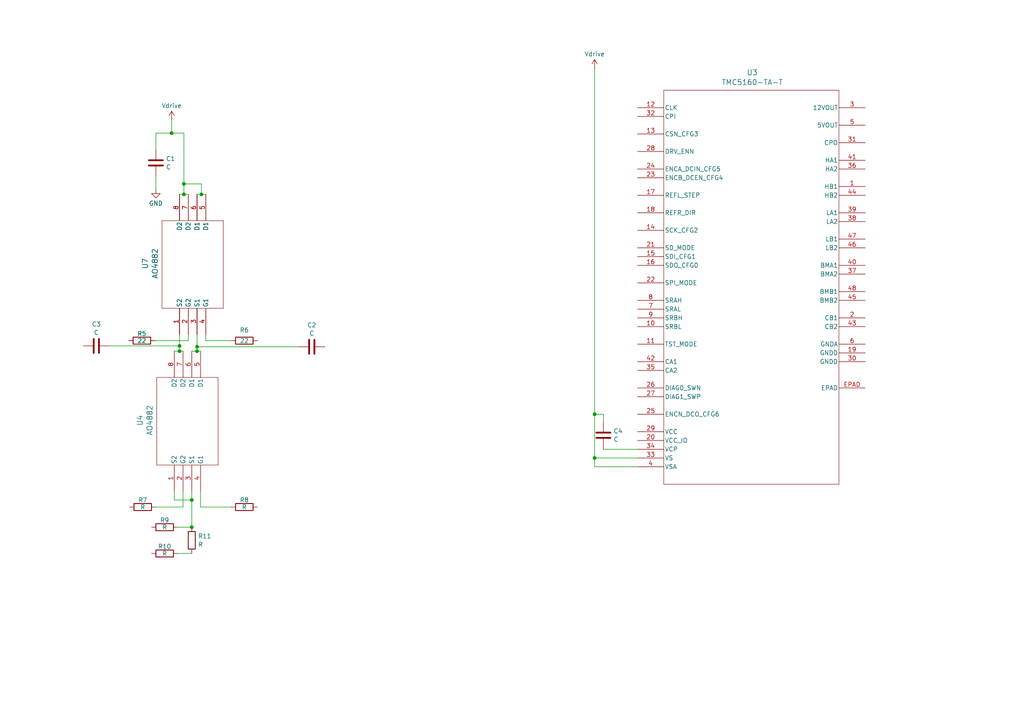
<source format=kicad_sch>
(kicad_sch (version 20230121) (generator eeschema)

  (uuid 933e90d6-2500-4da1-a8fb-1d82a6103362)

  (paper "A4")

  (lib_symbols
    (symbol "AO4882:AO4882" (pin_names (offset 0.254)) (in_bom yes) (on_board yes)
      (property "Reference" "U" (at 20.32 10.16 0)
        (effects (font (size 1.524 1.524)))
      )
      (property "Value" "AO4882" (at 20.32 7.62 0)
        (effects (font (size 1.524 1.524)))
      )
      (property "Footprint" "SO-8_AOS" (at 0 0 0)
        (effects (font (size 1.27 1.27) italic) hide)
      )
      (property "Datasheet" "AO4882" (at 0 0 0)
        (effects (font (size 1.27 1.27) italic) hide)
      )
      (property "JLCPCB Part #" "C3040598" (at 0 0 0)
        (effects (font (size 1.27 1.27)))
      )
      (property "JLCPCB Rotation Offset" "0" (at 0 0 0)
        (effects (font (size 1.27 1.27)))
      )
      (property "JLCPCB Position Offset" "0,0" (at 0 0 0)
        (effects (font (size 1.27 1.27)))
      )
      (property "ki_keywords" "AO4882" (at 0 0 0)
        (effects (font (size 1.27 1.27)) hide)
      )
      (property "ki_description" "SOIC-8  MOSFETs ROHS" (at 0 0 0)
        (effects (font (size 1.27 1.27)) hide)
      )
      (property "ki_fp_filters" "SO-8_AOS SO-8_AOS-M SO-8_AOS-L" (at 0 0 0)
        (effects (font (size 1.27 1.27)) hide)
      )
      (symbol "AO4882_0_1"
        (polyline
          (pts
            (xy 7.62 -12.7)
            (xy 33.02 -12.7)
          )
          (stroke (width 0.127) (type default))
          (fill (type none))
        )
        (polyline
          (pts
            (xy 7.62 5.08)
            (xy 7.62 -12.7)
          )
          (stroke (width 0.127) (type default))
          (fill (type none))
        )
        (polyline
          (pts
            (xy 33.02 -12.7)
            (xy 33.02 5.08)
          )
          (stroke (width 0.127) (type default))
          (fill (type none))
        )
        (polyline
          (pts
            (xy 33.02 5.08)
            (xy 7.62 5.08)
          )
          (stroke (width 0.127) (type default))
          (fill (type none))
        )
        (pin unspecified line (at 0 0 0) (length 7.62)
          (name "S2" (effects (font (size 1.27 1.27))))
          (number "1" (effects (font (size 1.27 1.27))))
        )
        (pin bidirectional line (at 0 -2.54 0) (length 7.62)
          (name "G2" (effects (font (size 1.27 1.27))))
          (number "2" (effects (font (size 1.27 1.27))))
        )
        (pin bidirectional line (at 0 -5.08 0) (length 7.62)
          (name "S1" (effects (font (size 1.27 1.27))))
          (number "3" (effects (font (size 1.27 1.27))))
        )
        (pin bidirectional line (at 0 -7.62 0) (length 7.62)
          (name "G1" (effects (font (size 1.27 1.27))))
          (number "4" (effects (font (size 1.27 1.27))))
        )
        (pin bidirectional line (at 40.64 -7.62 180) (length 7.62)
          (name "D1" (effects (font (size 1.27 1.27))))
          (number "5" (effects (font (size 1.27 1.27))))
        )
        (pin bidirectional line (at 40.64 -5.08 180) (length 7.62)
          (name "D1" (effects (font (size 1.27 1.27))))
          (number "6" (effects (font (size 1.27 1.27))))
        )
        (pin bidirectional line (at 40.64 -2.54 180) (length 7.62)
          (name "D2" (effects (font (size 1.27 1.27))))
          (number "7" (effects (font (size 1.27 1.27))))
        )
        (pin bidirectional line (at 40.64 0 180) (length 7.62)
          (name "D2" (effects (font (size 1.27 1.27))))
          (number "8" (effects (font (size 1.27 1.27))))
        )
      )
    )
    (symbol "Device:C" (pin_numbers hide) (pin_names (offset 0.254)) (in_bom yes) (on_board yes)
      (property "Reference" "C" (at 0.635 2.54 0)
        (effects (font (size 1.27 1.27)) (justify left))
      )
      (property "Value" "C" (at 0.635 -2.54 0)
        (effects (font (size 1.27 1.27)) (justify left))
      )
      (property "Footprint" "" (at 0.9652 -3.81 0)
        (effects (font (size 1.27 1.27)) hide)
      )
      (property "Datasheet" "~" (at 0 0 0)
        (effects (font (size 1.27 1.27)) hide)
      )
      (property "ki_keywords" "cap capacitor" (at 0 0 0)
        (effects (font (size 1.27 1.27)) hide)
      )
      (property "ki_description" "Unpolarized capacitor" (at 0 0 0)
        (effects (font (size 1.27 1.27)) hide)
      )
      (property "ki_fp_filters" "C_*" (at 0 0 0)
        (effects (font (size 1.27 1.27)) hide)
      )
      (symbol "C_0_1"
        (polyline
          (pts
            (xy -2.032 -0.762)
            (xy 2.032 -0.762)
          )
          (stroke (width 0.508) (type default))
          (fill (type none))
        )
        (polyline
          (pts
            (xy -2.032 0.762)
            (xy 2.032 0.762)
          )
          (stroke (width 0.508) (type default))
          (fill (type none))
        )
      )
      (symbol "C_1_1"
        (pin passive line (at 0 3.81 270) (length 2.794)
          (name "~" (effects (font (size 1.27 1.27))))
          (number "1" (effects (font (size 1.27 1.27))))
        )
        (pin passive line (at 0 -3.81 90) (length 2.794)
          (name "~" (effects (font (size 1.27 1.27))))
          (number "2" (effects (font (size 1.27 1.27))))
        )
      )
    )
    (symbol "Device:R" (pin_numbers hide) (pin_names (offset 0)) (in_bom yes) (on_board yes)
      (property "Reference" "R" (at 2.032 0 90)
        (effects (font (size 1.27 1.27)))
      )
      (property "Value" "R" (at 0 0 90)
        (effects (font (size 1.27 1.27)))
      )
      (property "Footprint" "" (at -1.778 0 90)
        (effects (font (size 1.27 1.27)) hide)
      )
      (property "Datasheet" "~" (at 0 0 0)
        (effects (font (size 1.27 1.27)) hide)
      )
      (property "ki_keywords" "R res resistor" (at 0 0 0)
        (effects (font (size 1.27 1.27)) hide)
      )
      (property "ki_description" "Resistor" (at 0 0 0)
        (effects (font (size 1.27 1.27)) hide)
      )
      (property "ki_fp_filters" "R_*" (at 0 0 0)
        (effects (font (size 1.27 1.27)) hide)
      )
      (symbol "R_0_1"
        (rectangle (start -1.016 -2.54) (end 1.016 2.54)
          (stroke (width 0.254) (type default))
          (fill (type none))
        )
      )
      (symbol "R_1_1"
        (pin passive line (at 0 3.81 270) (length 1.27)
          (name "~" (effects (font (size 1.27 1.27))))
          (number "1" (effects (font (size 1.27 1.27))))
        )
        (pin passive line (at 0 -3.81 90) (length 1.27)
          (name "~" (effects (font (size 1.27 1.27))))
          (number "2" (effects (font (size 1.27 1.27))))
        )
      )
    )
    (symbol "TMC5160-TA-T:TMC5160-TA-T" (pin_names (offset 0.254)) (in_bom yes) (on_board yes)
      (property "Reference" "U" (at 33.02 10.16 0)
        (effects (font (size 1.524 1.524)))
      )
      (property "Value" "TMC5160-TA-T" (at 33.02 7.62 0)
        (effects (font (size 1.524 1.524)))
      )
      (property "Footprint" "eTQFP48_9x9_TRI" (at 0 0 0)
        (effects (font (size 1.27 1.27) italic) hide)
      )
      (property "Datasheet" "TMC5160-TA-T" (at 0 0 0)
        (effects (font (size 1.27 1.27) italic) hide)
      )
      (property "JLCPCB Part #" "C516354" (at 0 0 0)
        (effects (font (size 1.27 1.27)))
      )
      (property "JLCPCB Rotation Offset" "90" (at 0 0 0)
        (effects (font (size 1.27 1.27)) hide)
      )
      (property "JLCPCB Position Offset" "0,0" (at 0 0 0)
        (effects (font (size 1.27 1.27)) hide)
      )
      (property "ki_keywords" "TMC5160-TA-T" (at 0 0 0)
        (effects (font (size 1.27 1.27)) hide)
      )
      (property "ki_description" "20A 10V~50V SPI,STEP/DIR TQFP-48(7x7)  Motor Driver ICs ROHS" (at 0 0 0)
        (effects (font (size 1.27 1.27)) hide)
      )
      (property "ki_fp_filters" "eTQFP48_9x9_TRI eTQFP48_9x9_TRI-M eTQFP48_9x9_TRI-L" (at 0 0 0)
        (effects (font (size 1.27 1.27)) hide)
      )
      (symbol "TMC5160-TA-T_0_1"
        (polyline
          (pts
            (xy 7.62 -109.22)
            (xy 58.42 -109.22)
          )
          (stroke (width 0.127) (type default))
          (fill (type none))
        )
        (polyline
          (pts
            (xy 7.62 5.08)
            (xy 7.62 -109.22)
          )
          (stroke (width 0.127) (type default))
          (fill (type none))
        )
        (polyline
          (pts
            (xy 58.42 -109.22)
            (xy 58.42 5.08)
          )
          (stroke (width 0.127) (type default))
          (fill (type none))
        )
        (polyline
          (pts
            (xy 58.42 5.08)
            (xy 7.62 5.08)
          )
          (stroke (width 0.127) (type default))
          (fill (type none))
        )
        (pin output line (at 66.04 -22.86 180) (length 7.62)
          (name "HB1" (effects (font (size 1.27 1.27))))
          (number "1" (effects (font (size 1.27 1.27))))
        )
        (pin input line (at 0 -63.5 0) (length 7.62)
          (name "SRBL" (effects (font (size 1.27 1.27))))
          (number "10" (effects (font (size 1.27 1.27))))
        )
        (pin input line (at 0 -68.58 0) (length 7.62)
          (name "TST_MODE" (effects (font (size 1.27 1.27))))
          (number "11" (effects (font (size 1.27 1.27))))
        )
        (pin input line (at 0 0 0) (length 7.62)
          (name "CLK" (effects (font (size 1.27 1.27))))
          (number "12" (effects (font (size 1.27 1.27))))
        )
        (pin input line (at 0 -7.62 0) (length 7.62)
          (name "CSN_CFG3" (effects (font (size 1.27 1.27))))
          (number "13" (effects (font (size 1.27 1.27))))
        )
        (pin input line (at 0 -35.56 0) (length 7.62)
          (name "SCK_CFG2" (effects (font (size 1.27 1.27))))
          (number "14" (effects (font (size 1.27 1.27))))
        )
        (pin input line (at 0 -43.18 0) (length 7.62)
          (name "SDI_CFG1" (effects (font (size 1.27 1.27))))
          (number "15" (effects (font (size 1.27 1.27))))
        )
        (pin input line (at 0 -45.72 0) (length 7.62)
          (name "SDO_CFG0" (effects (font (size 1.27 1.27))))
          (number "16" (effects (font (size 1.27 1.27))))
        )
        (pin input line (at 0 -25.4 0) (length 7.62)
          (name "REFL_STEP" (effects (font (size 1.27 1.27))))
          (number "17" (effects (font (size 1.27 1.27))))
        )
        (pin input line (at 0 -30.48 0) (length 7.62)
          (name "REFR_DIR" (effects (font (size 1.27 1.27))))
          (number "18" (effects (font (size 1.27 1.27))))
        )
        (pin power_in line (at 66.04 -71.12 180) (length 7.62)
          (name "GNDD" (effects (font (size 1.27 1.27))))
          (number "19" (effects (font (size 1.27 1.27))))
        )
        (pin unspecified line (at 66.04 -60.96 180) (length 7.62)
          (name "CB1" (effects (font (size 1.27 1.27))))
          (number "2" (effects (font (size 1.27 1.27))))
        )
        (pin power_in line (at 0 -96.52 0) (length 7.62)
          (name "VCC_IO" (effects (font (size 1.27 1.27))))
          (number "20" (effects (font (size 1.27 1.27))))
        )
        (pin input line (at 0 -40.64 0) (length 7.62)
          (name "SD_MODE" (effects (font (size 1.27 1.27))))
          (number "21" (effects (font (size 1.27 1.27))))
        )
        (pin input line (at 0 -50.8 0) (length 7.62)
          (name "SPI_MODE" (effects (font (size 1.27 1.27))))
          (number "22" (effects (font (size 1.27 1.27))))
        )
        (pin input line (at 0 -20.32 0) (length 7.62)
          (name "ENCB_DCEN_CFG4" (effects (font (size 1.27 1.27))))
          (number "23" (effects (font (size 1.27 1.27))))
        )
        (pin input line (at 0 -17.78 0) (length 7.62)
          (name "ENCA_DCIN_CFG5" (effects (font (size 1.27 1.27))))
          (number "24" (effects (font (size 1.27 1.27))))
        )
        (pin bidirectional line (at 0 -88.9 0) (length 7.62)
          (name "ENCN_DCO_CFG6" (effects (font (size 1.27 1.27))))
          (number "25" (effects (font (size 1.27 1.27))))
        )
        (pin bidirectional line (at 0 -81.28 0) (length 7.62)
          (name "DIAG0_SWN" (effects (font (size 1.27 1.27))))
          (number "26" (effects (font (size 1.27 1.27))))
        )
        (pin bidirectional line (at 0 -83.82 0) (length 7.62)
          (name "DIAG1_SWP" (effects (font (size 1.27 1.27))))
          (number "27" (effects (font (size 1.27 1.27))))
        )
        (pin input line (at 0 -12.7 0) (length 7.62)
          (name "DRV_ENN" (effects (font (size 1.27 1.27))))
          (number "28" (effects (font (size 1.27 1.27))))
        )
        (pin power_in line (at 0 -93.98 0) (length 7.62)
          (name "VCC" (effects (font (size 1.27 1.27))))
          (number "29" (effects (font (size 1.27 1.27))))
        )
        (pin output line (at 66.04 0 180) (length 7.62)
          (name "12VOUT" (effects (font (size 1.27 1.27))))
          (number "3" (effects (font (size 1.27 1.27))))
        )
        (pin power_in line (at 66.04 -73.66 180) (length 7.62)
          (name "GNDD" (effects (font (size 1.27 1.27))))
          (number "30" (effects (font (size 1.27 1.27))))
        )
        (pin output line (at 66.04 -10.16 180) (length 7.62)
          (name "CPO" (effects (font (size 1.27 1.27))))
          (number "31" (effects (font (size 1.27 1.27))))
        )
        (pin input line (at 0 -2.54 0) (length 7.62)
          (name "CPI" (effects (font (size 1.27 1.27))))
          (number "32" (effects (font (size 1.27 1.27))))
        )
        (pin power_in line (at 0 -101.6 0) (length 7.62)
          (name "VS" (effects (font (size 1.27 1.27))))
          (number "33" (effects (font (size 1.27 1.27))))
        )
        (pin power_in line (at 0 -99.06 0) (length 7.62)
          (name "VCP" (effects (font (size 1.27 1.27))))
          (number "34" (effects (font (size 1.27 1.27))))
        )
        (pin unspecified line (at 0 -76.2 0) (length 7.62)
          (name "CA2" (effects (font (size 1.27 1.27))))
          (number "35" (effects (font (size 1.27 1.27))))
        )
        (pin output line (at 66.04 -17.78 180) (length 7.62)
          (name "HA2" (effects (font (size 1.27 1.27))))
          (number "36" (effects (font (size 1.27 1.27))))
        )
        (pin unspecified line (at 66.04 -48.26 180) (length 7.62)
          (name "BMA2" (effects (font (size 1.27 1.27))))
          (number "37" (effects (font (size 1.27 1.27))))
        )
        (pin output line (at 66.04 -33.02 180) (length 7.62)
          (name "LA2" (effects (font (size 1.27 1.27))))
          (number "38" (effects (font (size 1.27 1.27))))
        )
        (pin output line (at 66.04 -30.48 180) (length 7.62)
          (name "LA1" (effects (font (size 1.27 1.27))))
          (number "39" (effects (font (size 1.27 1.27))))
        )
        (pin power_in line (at 0 -104.14 0) (length 7.62)
          (name "VSA" (effects (font (size 1.27 1.27))))
          (number "4" (effects (font (size 1.27 1.27))))
        )
        (pin unspecified line (at 66.04 -45.72 180) (length 7.62)
          (name "BMA1" (effects (font (size 1.27 1.27))))
          (number "40" (effects (font (size 1.27 1.27))))
        )
        (pin output line (at 66.04 -15.24 180) (length 7.62)
          (name "HA1" (effects (font (size 1.27 1.27))))
          (number "41" (effects (font (size 1.27 1.27))))
        )
        (pin unspecified line (at 0 -73.66 0) (length 7.62)
          (name "CA1" (effects (font (size 1.27 1.27))))
          (number "42" (effects (font (size 1.27 1.27))))
        )
        (pin unspecified line (at 66.04 -63.5 180) (length 7.62)
          (name "CB2" (effects (font (size 1.27 1.27))))
          (number "43" (effects (font (size 1.27 1.27))))
        )
        (pin output line (at 66.04 -25.4 180) (length 7.62)
          (name "HB2" (effects (font (size 1.27 1.27))))
          (number "44" (effects (font (size 1.27 1.27))))
        )
        (pin unspecified line (at 66.04 -55.88 180) (length 7.62)
          (name "BMB2" (effects (font (size 1.27 1.27))))
          (number "45" (effects (font (size 1.27 1.27))))
        )
        (pin output line (at 66.04 -40.64 180) (length 7.62)
          (name "LB2" (effects (font (size 1.27 1.27))))
          (number "46" (effects (font (size 1.27 1.27))))
        )
        (pin output line (at 66.04 -38.1 180) (length 7.62)
          (name "LB1" (effects (font (size 1.27 1.27))))
          (number "47" (effects (font (size 1.27 1.27))))
        )
        (pin unspecified line (at 66.04 -53.34 180) (length 7.62)
          (name "BMB1" (effects (font (size 1.27 1.27))))
          (number "48" (effects (font (size 1.27 1.27))))
        )
        (pin output line (at 66.04 -5.08 180) (length 7.62)
          (name "5VOUT" (effects (font (size 1.27 1.27))))
          (number "5" (effects (font (size 1.27 1.27))))
        )
        (pin power_in line (at 66.04 -68.58 180) (length 7.62)
          (name "GNDA" (effects (font (size 1.27 1.27))))
          (number "6" (effects (font (size 1.27 1.27))))
        )
        (pin input line (at 0 -58.42 0) (length 7.62)
          (name "SRAL" (effects (font (size 1.27 1.27))))
          (number "7" (effects (font (size 1.27 1.27))))
        )
        (pin input line (at 0 -55.88 0) (length 7.62)
          (name "SRAH" (effects (font (size 1.27 1.27))))
          (number "8" (effects (font (size 1.27 1.27))))
        )
        (pin input line (at 0 -60.96 0) (length 7.62)
          (name "SRBH" (effects (font (size 1.27 1.27))))
          (number "9" (effects (font (size 1.27 1.27))))
        )
        (pin unspecified line (at 66.04 -81.28 180) (length 7.62)
          (name "EPAD" (effects (font (size 1.27 1.27))))
          (number "EPAD" (effects (font (size 1.27 1.27))))
        )
      )
    )
    (symbol "power:GND" (power) (pin_names (offset 0)) (in_bom yes) (on_board yes)
      (property "Reference" "#PWR" (at 0 -6.35 0)
        (effects (font (size 1.27 1.27)) hide)
      )
      (property "Value" "GND" (at 0 -3.81 0)
        (effects (font (size 1.27 1.27)))
      )
      (property "Footprint" "" (at 0 0 0)
        (effects (font (size 1.27 1.27)) hide)
      )
      (property "Datasheet" "" (at 0 0 0)
        (effects (font (size 1.27 1.27)) hide)
      )
      (property "ki_keywords" "global power" (at 0 0 0)
        (effects (font (size 1.27 1.27)) hide)
      )
      (property "ki_description" "Power symbol creates a global label with name \"GND\" , ground" (at 0 0 0)
        (effects (font (size 1.27 1.27)) hide)
      )
      (symbol "GND_0_1"
        (polyline
          (pts
            (xy 0 0)
            (xy 0 -1.27)
            (xy 1.27 -1.27)
            (xy 0 -2.54)
            (xy -1.27 -1.27)
            (xy 0 -1.27)
          )
          (stroke (width 0) (type default))
          (fill (type none))
        )
      )
      (symbol "GND_1_1"
        (pin power_in line (at 0 0 270) (length 0) hide
          (name "GND" (effects (font (size 1.27 1.27))))
          (number "1" (effects (font (size 1.27 1.27))))
        )
      )
    )
    (symbol "power:Vdrive" (power) (pin_names (offset 0)) (in_bom yes) (on_board yes)
      (property "Reference" "#PWR" (at -5.08 -3.81 0)
        (effects (font (size 1.27 1.27)) hide)
      )
      (property "Value" "Vdrive" (at 0 3.81 0)
        (effects (font (size 1.27 1.27)))
      )
      (property "Footprint" "" (at 0 0 0)
        (effects (font (size 1.27 1.27)) hide)
      )
      (property "Datasheet" "" (at 0 0 0)
        (effects (font (size 1.27 1.27)) hide)
      )
      (property "ki_keywords" "global power" (at 0 0 0)
        (effects (font (size 1.27 1.27)) hide)
      )
      (property "ki_description" "Power symbol creates a global label with name \"Vdrive\"" (at 0 0 0)
        (effects (font (size 1.27 1.27)) hide)
      )
      (symbol "Vdrive_0_1"
        (polyline
          (pts
            (xy -0.762 1.27)
            (xy 0 2.54)
          )
          (stroke (width 0) (type default))
          (fill (type none))
        )
        (polyline
          (pts
            (xy 0 0)
            (xy 0 2.54)
          )
          (stroke (width 0) (type default))
          (fill (type none))
        )
        (polyline
          (pts
            (xy 0 2.54)
            (xy 0.762 1.27)
          )
          (stroke (width 0) (type default))
          (fill (type none))
        )
      )
      (symbol "Vdrive_1_1"
        (pin power_in line (at 0 0 90) (length 0) hide
          (name "Vdrive" (effects (font (size 1.27 1.27))))
          (number "1" (effects (font (size 1.27 1.27))))
        )
      )
    )
  )

  (junction (at 55.626 152.908) (diameter 0) (color 0 0 0 0)
    (uuid 078b8b21-9c63-4d75-b121-9a8b61f5b3df)
  )
  (junction (at 57.15 101.854) (diameter 0) (color 0 0 0 0)
    (uuid 07f04257-7a0d-4a8f-a7c1-37e8bd79f540)
  )
  (junction (at 172.466 120.142) (diameter 0) (color 0 0 0 0)
    (uuid 18c0bfd9-f759-41cf-976c-a6b4448e852b)
  )
  (junction (at 52.07 100.33) (diameter 0) (color 0 0 0 0)
    (uuid 2f715763-7918-4c7f-80b3-02179bc93c58)
  )
  (junction (at 172.466 132.842) (diameter 0) (color 0 0 0 0)
    (uuid 310e2e35-e210-46d9-8d09-458d88d55983)
  )
  (junction (at 53.34 56.388) (diameter 0) (color 0 0 0 0)
    (uuid 7b1a4da7-2c38-4ca9-9306-5c5be84ffb91)
  )
  (junction (at 49.784 38.608) (diameter 0) (color 0 0 0 0)
    (uuid 7d8a7709-413b-48c0-95cb-501a1e73b1b2)
  )
  (junction (at 57.15 100.584) (diameter 0) (color 0 0 0 0)
    (uuid 898c781a-6b3e-41ed-824a-17455f7fbaf8)
  )
  (junction (at 53.34 53.34) (diameter 0) (color 0 0 0 0)
    (uuid 8f7a52c7-dcbc-4dc8-aaf2-92df081fd384)
  )
  (junction (at 52.07 101.854) (diameter 0) (color 0 0 0 0)
    (uuid 9c0a4c70-2b2d-4073-b903-d5b06e929823)
  )
  (junction (at 58.42 56.388) (diameter 0) (color 0 0 0 0)
    (uuid dc370fb9-cd57-4698-979d-c0628a92bcce)
  )
  (junction (at 55.626 145.034) (diameter 0) (color 0 0 0 0)
    (uuid f77d44d8-e724-4456-b8eb-b06a1bb9a05e)
  )

  (wire (pts (xy 57.15 101.854) (xy 58.166 101.854))
    (stroke (width 0) (type default))
    (uuid 006a602e-6752-4e64-90f0-84c74b008573)
  )
  (wire (pts (xy 57.15 56.388) (xy 58.42 56.388))
    (stroke (width 0) (type default))
    (uuid 03f3e29d-4950-49a4-9085-101f0c1338c6)
  )
  (wire (pts (xy 55.626 101.854) (xy 57.15 101.854))
    (stroke (width 0) (type default))
    (uuid 0575bd61-1dce-42d7-b31c-a04020c351b6)
  )
  (wire (pts (xy 57.15 97.028) (xy 57.15 100.584))
    (stroke (width 0) (type default))
    (uuid 0a3f38c2-6df4-42ef-ab8c-52086854954b)
  )
  (wire (pts (xy 53.34 53.34) (xy 53.34 56.388))
    (stroke (width 0) (type default))
    (uuid 1461305c-1f3f-4460-855b-6f6cd17024a6)
  )
  (wire (pts (xy 50.546 101.854) (xy 52.07 101.854))
    (stroke (width 0) (type default))
    (uuid 181b6de5-5cf8-4a48-a4c3-dab9a767c224)
  )
  (wire (pts (xy 55.626 142.494) (xy 55.626 145.034))
    (stroke (width 0) (type default))
    (uuid 1a606c14-935e-4db9-b164-4293aa93fa60)
  )
  (wire (pts (xy 49.784 38.608) (xy 53.34 38.608))
    (stroke (width 0) (type default))
    (uuid 2419ea82-c4d9-4a79-a3c1-c2e7c1eda0d8)
  )
  (wire (pts (xy 51.562 152.908) (xy 55.626 152.908))
    (stroke (width 0) (type default))
    (uuid 371fbe2b-45a0-4b32-9df9-9f1d7753d266)
  )
  (wire (pts (xy 86.614 100.584) (xy 57.15 100.584))
    (stroke (width 0) (type default))
    (uuid 38feca53-f679-4fdf-920c-ad8985e6a45d)
  )
  (wire (pts (xy 172.466 120.142) (xy 175.006 120.142))
    (stroke (width 0) (type default))
    (uuid 3aeba707-b458-459c-b619-1f7898789ea7)
  )
  (wire (pts (xy 172.466 120.142) (xy 172.466 132.842))
    (stroke (width 0) (type default))
    (uuid 3db549bd-c8bb-46c0-9c9d-4d6955f9040d)
  )
  (wire (pts (xy 184.912 135.382) (xy 172.466 135.382))
    (stroke (width 0) (type default))
    (uuid 47f9c7d4-0f17-4bf5-a44f-e0be34118013)
  )
  (wire (pts (xy 52.07 100.33) (xy 52.07 101.854))
    (stroke (width 0) (type default))
    (uuid 4c821bc9-513d-4f36-bfa3-d06c1a009433)
  )
  (wire (pts (xy 45.212 51.054) (xy 45.212 54.864))
    (stroke (width 0) (type default))
    (uuid 517da491-c26d-4f98-b1f0-18edc2804f90)
  )
  (wire (pts (xy 45.212 38.608) (xy 49.784 38.608))
    (stroke (width 0) (type default))
    (uuid 57d8ef10-74ea-4321-8446-eff100e0dd9e)
  )
  (wire (pts (xy 45.212 43.434) (xy 45.212 38.608))
    (stroke (width 0) (type default))
    (uuid 5dad0c19-475b-4d5d-a5f0-9adfc991b710)
  )
  (wire (pts (xy 51.562 160.528) (xy 55.626 160.528))
    (stroke (width 0) (type default))
    (uuid 629b5519-a471-4524-9dc2-b822d3b4445e)
  )
  (wire (pts (xy 184.912 130.302) (xy 175.006 130.302))
    (stroke (width 0) (type default))
    (uuid 66126d51-3d2f-498b-9c94-86d6e2264f87)
  )
  (wire (pts (xy 45.212 147.066) (xy 53.086 147.066))
    (stroke (width 0) (type default))
    (uuid 6956eeb7-b95e-48ef-b0ea-e2ee267e7f5e)
  )
  (wire (pts (xy 172.466 135.382) (xy 172.466 132.842))
    (stroke (width 0) (type default))
    (uuid 69f3ea40-8b29-4265-bca7-9f9e0d27bda8)
  )
  (wire (pts (xy 53.34 56.388) (xy 54.61 56.388))
    (stroke (width 0) (type default))
    (uuid 6f615125-4af4-4cbc-ab4f-cf887bc049ca)
  )
  (wire (pts (xy 44.958 98.806) (xy 54.61 98.806))
    (stroke (width 0) (type default))
    (uuid 76dc8f55-b2fd-448d-97c8-ce6b959a46fc)
  )
  (wire (pts (xy 58.42 53.34) (xy 53.34 53.34))
    (stroke (width 0) (type default))
    (uuid 7b3f7ea1-aebf-49be-a8fd-42900a8998cb)
  )
  (wire (pts (xy 172.466 132.842) (xy 184.912 132.842))
    (stroke (width 0) (type default))
    (uuid 7f25a42e-1b07-454b-bf33-795f0c2a92df)
  )
  (wire (pts (xy 175.006 130.048) (xy 175.006 130.302))
    (stroke (width 0) (type default))
    (uuid 8617bb0f-f8b6-4cc4-a464-9e6743b66c6a)
  )
  (wire (pts (xy 53.34 38.608) (xy 53.34 53.34))
    (stroke (width 0) (type default))
    (uuid 8bdffa87-19b0-482a-b975-3dde9e62f56d)
  )
  (wire (pts (xy 175.006 122.428) (xy 175.006 120.142))
    (stroke (width 0) (type default))
    (uuid 8d361602-6cac-4c75-b106-f684a3bd75c6)
  )
  (wire (pts (xy 58.166 147.066) (xy 67.056 147.066))
    (stroke (width 0) (type default))
    (uuid 9b85451c-85d8-4f99-97d9-0a25d5d0cd89)
  )
  (wire (pts (xy 55.626 145.034) (xy 55.626 152.908))
    (stroke (width 0) (type default))
    (uuid 9ddfa4e2-c82e-41ae-92e7-4f75a5e7c611)
  )
  (wire (pts (xy 52.07 56.388) (xy 53.34 56.388))
    (stroke (width 0) (type default))
    (uuid a4741371-2f0b-48a6-87fa-1d78c510b3ba)
  )
  (wire (pts (xy 49.784 34.798) (xy 49.784 38.608))
    (stroke (width 0) (type default))
    (uuid a4c67df2-bfd9-4d6f-9ad0-6ab5a006220d)
  )
  (wire (pts (xy 59.69 97.028) (xy 59.69 98.806))
    (stroke (width 0) (type default))
    (uuid a691f7bc-7bb5-4334-891d-9786df815ec3)
  )
  (wire (pts (xy 58.166 142.494) (xy 58.166 147.066))
    (stroke (width 0) (type default))
    (uuid a771b9d8-6670-44fe-b7a1-3dcba91a4c97)
  )
  (wire (pts (xy 58.42 56.388) (xy 59.69 56.388))
    (stroke (width 0) (type default))
    (uuid a7d63038-1923-4a39-9e70-5c5a5e8362f7)
  )
  (wire (pts (xy 54.61 97.028) (xy 54.61 98.806))
    (stroke (width 0) (type default))
    (uuid b1eb6462-ff1b-4efb-b7d5-a5475a88827c)
  )
  (wire (pts (xy 52.07 101.854) (xy 53.086 101.854))
    (stroke (width 0) (type default))
    (uuid b9f85fc1-2a4e-4759-b52b-1a61a5801efe)
  )
  (wire (pts (xy 31.75 100.33) (xy 52.07 100.33))
    (stroke (width 0) (type default))
    (uuid bee9e805-5edc-44a3-ba54-fa4aeff430f9)
  )
  (wire (pts (xy 58.42 56.388) (xy 58.42 53.34))
    (stroke (width 0) (type default))
    (uuid c8c4991f-c259-4853-951f-ae206ed08731)
  )
  (wire (pts (xy 59.69 98.806) (xy 67.056 98.806))
    (stroke (width 0) (type default))
    (uuid d13cdf85-b110-4236-878c-68155729920a)
  )
  (wire (pts (xy 53.086 147.066) (xy 53.086 142.494))
    (stroke (width 0) (type default))
    (uuid d9e54ca7-1018-49e2-84dc-0c597408c076)
  )
  (wire (pts (xy 50.546 142.494) (xy 50.546 145.034))
    (stroke (width 0) (type default))
    (uuid dea167b1-fa1b-41ea-80ba-fab924f35c08)
  )
  (wire (pts (xy 57.15 100.584) (xy 57.15 101.854))
    (stroke (width 0) (type default))
    (uuid e0747662-6ea1-4a8d-865d-53b63e758b44)
  )
  (wire (pts (xy 52.07 97.028) (xy 52.07 100.33))
    (stroke (width 0) (type default))
    (uuid e9b92fc4-a341-4c99-85ef-b4ddf6f0244b)
  )
  (wire (pts (xy 50.546 145.034) (xy 55.626 145.034))
    (stroke (width 0) (type default))
    (uuid f3b91653-c867-498e-b5d5-26141262df49)
  )
  (wire (pts (xy 172.466 19.812) (xy 172.466 120.142))
    (stroke (width 0) (type default))
    (uuid f8d30c68-3b6e-4897-8405-756363e9b7c1)
  )

  (symbol (lib_id "AO4882:AO4882") (at 50.546 142.494 90) (unit 1)
    (in_bom yes) (on_board yes) (dnp no)
    (uuid 1798f7b9-ebac-44c5-931e-5aca0af75d38)
    (property "Reference" "U4" (at 40.6012 121.92 0)
      (effects (font (size 1.524 1.524)))
    )
    (property "Value" "AO4882" (at 43.434 121.92 0)
      (effects (font (size 1.524 1.524)))
    )
    (property "Footprint" "SO-8_AOS" (at 50.546 142.494 0)
      (effects (font (size 1.27 1.27) italic) hide)
    )
    (property "Datasheet" "AO4882" (at 50.546 142.494 0)
      (effects (font (size 1.27 1.27) italic) hide)
    )
    (property "JLCPCB Part #" "C3040598" (at 38.961 122.174 0)
      (effects (font (size 1.27 1.27)) hide)
    )
    (property "JLCPCB Rotation Offset" "0" (at 41.3852 122.174 0)
      (effects (font (size 1.27 1.27)) hide)
    )
    (property "JLCPCB Position Offset" "0,0" (at 43.8094 122.174 0)
      (effects (font (size 1.27 1.27)) hide)
    )
    (pin "1" (uuid c30efecb-0f14-4881-af16-3cbc557973ee))
    (pin "2" (uuid 92e44d9d-7d0b-45f2-a117-80e1f5aef9d3))
    (pin "3" (uuid dd220411-d7b7-40b0-9750-ed40f5e90e28))
    (pin "4" (uuid 7518d669-4afb-473b-a174-04ca55a4af98))
    (pin "5" (uuid 212e7511-04ad-401c-9046-6a571426fc4e))
    (pin "6" (uuid 76f5b322-8504-4626-afa2-aff48d23bed0))
    (pin "7" (uuid ea9f9440-d52b-46c7-beb6-99620c74647e))
    (pin "8" (uuid cf0b019a-2f96-4093-89ad-a82fcd1f0aca))
    (instances
      (project "Arduino_TMC5160_Driver_Boards_V1"
        (path "/0e408099-9a7b-4f0e-9c0e-0727c07a80ad/dfad0337-9cc6-44a2-bb91-b79081330e78"
          (reference "U4") (unit 1)
        )
      )
    )
  )

  (symbol (lib_id "Device:R") (at 47.752 160.528 270) (unit 1)
    (in_bom yes) (on_board yes) (dnp no)
    (uuid 17b590ba-ff75-41de-a795-6acc27331192)
    (property "Reference" "R10" (at 47.752 158.496 90)
      (effects (font (size 1.27 1.27)))
    )
    (property "Value" "R" (at 47.752 160.528 90)
      (effects (font (size 1.27 1.27)))
    )
    (property "Footprint" "" (at 47.752 158.75 90)
      (effects (font (size 1.27 1.27)) hide)
    )
    (property "Datasheet" "~" (at 47.752 160.528 0)
      (effects (font (size 1.27 1.27)) hide)
    )
    (pin "1" (uuid 8df9006a-9bfd-4687-9bd4-b84f8d677910))
    (pin "2" (uuid 65a748fb-af37-4070-8dbd-339274758fb5))
    (instances
      (project "Arduino_TMC5160_Driver_Boards_V1"
        (path "/0e408099-9a7b-4f0e-9c0e-0727c07a80ad/dfad0337-9cc6-44a2-bb91-b79081330e78"
          (reference "R10") (unit 1)
        )
      )
    )
  )

  (symbol (lib_id "Device:R") (at 70.866 98.806 270) (unit 1)
    (in_bom yes) (on_board yes) (dnp no)
    (uuid 186d946d-c05b-4e17-a381-e4249706de2f)
    (property "Reference" "R6" (at 70.866 95.758 90)
      (effects (font (size 1.27 1.27)))
    )
    (property "Value" "22" (at 70.866 98.806 90)
      (effects (font (size 1.27 1.27)))
    )
    (property "Footprint" "" (at 70.866 97.028 90)
      (effects (font (size 1.27 1.27)) hide)
    )
    (property "Datasheet" "~" (at 70.866 98.806 0)
      (effects (font (size 1.27 1.27)) hide)
    )
    (pin "1" (uuid d5ae7e91-685e-48c3-9419-4c337b085288))
    (pin "2" (uuid ad37d0da-82d4-4853-9df0-d3ddb484a794))
    (instances
      (project "Arduino_TMC5160_Driver_Boards_V1"
        (path "/0e408099-9a7b-4f0e-9c0e-0727c07a80ad/dfad0337-9cc6-44a2-bb91-b79081330e78"
          (reference "R6") (unit 1)
        )
      )
    )
  )

  (symbol (lib_id "power:GND") (at 45.212 54.864 0) (unit 1)
    (in_bom yes) (on_board yes) (dnp no) (fields_autoplaced)
    (uuid 24c6c426-9382-4618-8934-b8eeca905fd6)
    (property "Reference" "#PWR08" (at 45.212 61.214 0)
      (effects (font (size 1.27 1.27)) hide)
    )
    (property "Value" "GND" (at 45.212 58.9971 0)
      (effects (font (size 1.27 1.27)))
    )
    (property "Footprint" "" (at 45.212 54.864 0)
      (effects (font (size 1.27 1.27)) hide)
    )
    (property "Datasheet" "" (at 45.212 54.864 0)
      (effects (font (size 1.27 1.27)) hide)
    )
    (pin "1" (uuid 4ca9080f-46f3-45c0-881c-8cdbc3153bee))
    (instances
      (project "Arduino_TMC5160_Driver_Boards_V1"
        (path "/0e408099-9a7b-4f0e-9c0e-0727c07a80ad/dfad0337-9cc6-44a2-bb91-b79081330e78"
          (reference "#PWR08") (unit 1)
        )
      )
    )
  )

  (symbol (lib_id "Device:C") (at 175.006 126.238 180) (unit 1)
    (in_bom yes) (on_board yes) (dnp no) (fields_autoplaced)
    (uuid 2dd18f69-5f28-4b80-a4bb-90e4d13753a9)
    (property "Reference" "C4" (at 177.927 125.0259 0)
      (effects (font (size 1.27 1.27)) (justify right))
    )
    (property "Value" "C" (at 177.927 127.4501 0)
      (effects (font (size 1.27 1.27)) (justify right))
    )
    (property "Footprint" "" (at 174.0408 122.428 0)
      (effects (font (size 1.27 1.27)) hide)
    )
    (property "Datasheet" "~" (at 175.006 126.238 0)
      (effects (font (size 1.27 1.27)) hide)
    )
    (pin "1" (uuid 650c78fd-f23f-4b1e-8f8d-9084ecbeca15))
    (pin "2" (uuid 57c2d2a2-2a53-433e-8a9e-5cd37136f31f))
    (instances
      (project "Arduino_TMC5160_Driver_Boards_V1"
        (path "/0e408099-9a7b-4f0e-9c0e-0727c07a80ad/dfad0337-9cc6-44a2-bb91-b79081330e78"
          (reference "C4") (unit 1)
        )
      )
    )
  )

  (symbol (lib_id "TMC5160-TA-T:TMC5160-TA-T") (at 184.912 31.242 0) (unit 1)
    (in_bom yes) (on_board yes) (dnp no)
    (uuid 5d75f64b-d2d7-4a1a-b994-0824c3c32f6a)
    (property "Reference" "U3" (at 218.186 21.0432 0)
      (effects (font (size 1.524 1.524)))
    )
    (property "Value" "TMC5160-TA-T" (at 218.186 23.876 0)
      (effects (font (size 1.524 1.524)))
    )
    (property "Footprint" "eTQFP48_9x9_TRI" (at 184.912 31.242 0)
      (effects (font (size 1.27 1.27) italic) hide)
    )
    (property "Datasheet" "TMC5160-TA-T" (at 184.912 31.242 0)
      (effects (font (size 1.27 1.27) italic) hide)
    )
    (property "JLCPCB Part #" "C516354" (at 217.932 19.657 0)
      (effects (font (size 1.27 1.27)) hide)
    )
    (property "JLCPCB Rotation Offset" "90" (at 217.932 22.0812 0)
      (effects (font (size 1.27 1.27)) hide)
    )
    (property "JLCPCB Position Offset" "0,0" (at 217.932 24.5054 0)
      (effects (font (size 1.27 1.27)) hide)
    )
    (pin "1" (uuid 65bc5ffb-dbce-4578-b867-1e1bfe8728d5))
    (pin "10" (uuid 2bc935f4-ea49-489a-8ac3-0b6ecba20e3e))
    (pin "11" (uuid e9f40489-7798-4831-9248-c3feeac2dbf9))
    (pin "12" (uuid bca23393-9cf4-4bc4-b283-abc924bebb23))
    (pin "13" (uuid 722305ed-d2d5-424b-89aa-9450cbf19f7b))
    (pin "14" (uuid fc1443ce-df88-42ae-9b38-8339d6c2646d))
    (pin "15" (uuid 103076a0-b714-4889-a20f-a55a063042d6))
    (pin "16" (uuid 37b69d1a-54ba-4ba0-b927-8085e1838c4f))
    (pin "17" (uuid 979df417-a257-49b0-a964-90f3dbcb62cd))
    (pin "18" (uuid 3e6202c6-50d6-4f2d-90e4-eb2c19fd16c0))
    (pin "19" (uuid 2718fc2b-2087-4874-8b7a-c87cea5f226e))
    (pin "2" (uuid 0adcc77e-d73d-417c-b990-ea82e7f59fd9))
    (pin "20" (uuid 7c4cd91c-fe86-4c85-9ce2-daadf9518f74))
    (pin "21" (uuid bc92b92a-9828-46df-a314-1c2a2e69d828))
    (pin "22" (uuid e851d996-29c4-459f-b1da-a7ec808ee400))
    (pin "23" (uuid 658f84bc-59fd-4402-9bc0-83a7d6442ce7))
    (pin "24" (uuid 6d1519eb-b011-4f53-893d-3e5591b16738))
    (pin "25" (uuid 89431ba3-4ccf-4665-8e2a-de1c4833c51c))
    (pin "26" (uuid 2aa12907-144c-414d-8145-2c73d07326a5))
    (pin "27" (uuid 6b8b5b3e-049d-40d1-93e4-b8b231d7200f))
    (pin "28" (uuid 0bdb5861-0fd5-4233-9eba-22e89673bb2e))
    (pin "29" (uuid 09bd59c9-0c40-4cca-ac43-1a739e16a2e4))
    (pin "3" (uuid 0bde9119-6dd8-471b-b282-79102a65cb57))
    (pin "30" (uuid e54eb4d7-7639-447f-baef-1dcb9305c65f))
    (pin "31" (uuid b1dd5c6c-3df0-4ea9-a3a6-1c67e646c26f))
    (pin "32" (uuid 88822410-6be1-4bdc-87e3-a9301fb8af8d))
    (pin "33" (uuid ab7e7319-bcbb-49ec-9733-f5af9b4aa1fa))
    (pin "34" (uuid 855705f4-5135-424b-9bac-fb31f814bd29))
    (pin "35" (uuid 46ee240d-007b-49b3-ac55-15b81e065f8c))
    (pin "36" (uuid 6130a5b2-d90d-450f-960d-ce3bf96748b7))
    (pin "37" (uuid 3103017e-ec36-4798-b478-5d15c186a3fc))
    (pin "38" (uuid 7f204c49-ec9e-4b39-b6d0-cbea7cae55e4))
    (pin "39" (uuid e52ca171-7d99-4971-9e48-9a33d9aac0f5))
    (pin "4" (uuid 728a9c3b-afbb-456a-b64d-4d8bae705422))
    (pin "40" (uuid a9987568-5f27-4d0a-ab50-09017d470323))
    (pin "41" (uuid bbf71d09-88e0-418b-8cb4-2b81c5ce5ce5))
    (pin "42" (uuid 9a1de668-34a7-4ef7-8eb9-c8e7197f09a9))
    (pin "43" (uuid 50adb14a-5802-4679-92cd-bc2a14517837))
    (pin "44" (uuid 8c569cf9-9116-4549-9167-9a0138da9c95))
    (pin "45" (uuid 1e1bcf02-b88e-4c67-ae54-aa573830c72e))
    (pin "46" (uuid b1513d51-4fd3-4d96-9f14-48fd21c3f44c))
    (pin "47" (uuid 9ccea643-682f-490f-a2c7-d73682ba0b59))
    (pin "48" (uuid 1b8c7ed5-27c6-4735-b16e-620a60a26535))
    (pin "5" (uuid bb3abb8a-7221-4261-ab30-6099b2d35f7c))
    (pin "6" (uuid 711315ae-e444-4dff-9e63-52e6fb963448))
    (pin "7" (uuid fbb4fcfe-7e02-4cd5-bc23-42a00c6a6b70))
    (pin "8" (uuid e3a169b6-a937-42f3-9cbd-726f697f4049))
    (pin "9" (uuid 327b57c2-d4fd-46d9-b74f-4a3e783b2209))
    (pin "EPAD" (uuid 2276364a-fe4b-4401-872a-15c88a534f80))
    (instances
      (project "Arduino_TMC5160_Driver_Boards_V1"
        (path "/0e408099-9a7b-4f0e-9c0e-0727c07a80ad/dfad0337-9cc6-44a2-bb91-b79081330e78"
          (reference "U3") (unit 1)
        )
      )
    )
  )

  (symbol (lib_id "power:Vdrive") (at 172.466 19.812 0) (unit 1)
    (in_bom yes) (on_board yes) (dnp no) (fields_autoplaced)
    (uuid 6e6a7190-3b14-41a7-aed6-9bd1751f29cb)
    (property "Reference" "#PWR014" (at 167.386 23.622 0)
      (effects (font (size 1.27 1.27)) hide)
    )
    (property "Value" "Vdrive" (at 172.466 15.6789 0)
      (effects (font (size 1.27 1.27)))
    )
    (property "Footprint" "" (at 172.466 19.812 0)
      (effects (font (size 1.27 1.27)) hide)
    )
    (property "Datasheet" "" (at 172.466 19.812 0)
      (effects (font (size 1.27 1.27)) hide)
    )
    (pin "1" (uuid 3a33b31c-1410-46ef-b6af-5dad77bba4e7))
    (instances
      (project "Arduino_TMC5160_Driver_Boards_V1"
        (path "/0e408099-9a7b-4f0e-9c0e-0727c07a80ad/dfad0337-9cc6-44a2-bb91-b79081330e78"
          (reference "#PWR014") (unit 1)
        )
      )
    )
  )

  (symbol (lib_id "Device:R") (at 55.626 156.718 0) (unit 1)
    (in_bom yes) (on_board yes) (dnp no) (fields_autoplaced)
    (uuid 791dfeda-6f90-4033-95cd-78d723863963)
    (property "Reference" "R11" (at 57.404 155.5059 0)
      (effects (font (size 1.27 1.27)) (justify left))
    )
    (property "Value" "R" (at 57.404 157.9301 0)
      (effects (font (size 1.27 1.27)) (justify left))
    )
    (property "Footprint" "" (at 53.848 156.718 90)
      (effects (font (size 1.27 1.27)) hide)
    )
    (property "Datasheet" "~" (at 55.626 156.718 0)
      (effects (font (size 1.27 1.27)) hide)
    )
    (pin "1" (uuid b1b6325e-3594-404b-ae5a-dd4e1c4b25e2))
    (pin "2" (uuid 958c9d77-c28a-40cc-830d-ae536ed0adcb))
    (instances
      (project "Arduino_TMC5160_Driver_Boards_V1"
        (path "/0e408099-9a7b-4f0e-9c0e-0727c07a80ad/dfad0337-9cc6-44a2-bb91-b79081330e78"
          (reference "R11") (unit 1)
        )
      )
    )
  )

  (symbol (lib_id "AO4882:AO4882") (at 52.07 97.028 90) (unit 1)
    (in_bom yes) (on_board yes) (dnp no)
    (uuid 9dc4cf6f-bb2f-4906-ab88-fc6cba2c1026)
    (property "Reference" "U7" (at 42.1252 76.454 0)
      (effects (font (size 1.524 1.524)))
    )
    (property "Value" "AO4882" (at 44.958 76.454 0)
      (effects (font (size 1.524 1.524)))
    )
    (property "Footprint" "SO-8_AOS" (at 52.07 97.028 0)
      (effects (font (size 1.27 1.27) italic) hide)
    )
    (property "Datasheet" "AO4882" (at 52.07 97.028 0)
      (effects (font (size 1.27 1.27) italic) hide)
    )
    (property "JLCPCB Part #" "C3040598" (at 40.485 76.708 0)
      (effects (font (size 1.27 1.27)) hide)
    )
    (property "JLCPCB Rotation Offset" "0" (at 42.9092 76.708 0)
      (effects (font (size 1.27 1.27)) hide)
    )
    (property "JLCPCB Position Offset" "0,0" (at 45.3334 76.708 0)
      (effects (font (size 1.27 1.27)) hide)
    )
    (pin "1" (uuid e2043f06-24e9-4aa9-a9e2-2baf55c97225))
    (pin "2" (uuid dd80469b-c387-4c58-acf0-046eea4a2738))
    (pin "3" (uuid 9a03e368-40ec-434d-9eb2-970620a16e36))
    (pin "4" (uuid 1dab5348-200b-4a8a-9075-9b02dd5e50f8))
    (pin "5" (uuid bd8f37da-10a0-4e25-93d4-9d55f4f5a2e6))
    (pin "6" (uuid 63602e8f-ae96-4697-9ce8-f2975aad4831))
    (pin "7" (uuid 28219669-faa2-4fdd-902b-3231db255f38))
    (pin "8" (uuid 939dfc36-81de-4ff5-a7bf-61682f0b3e0b))
    (instances
      (project "Arduino_TMC5160_Driver_Boards_V1"
        (path "/0e408099-9a7b-4f0e-9c0e-0727c07a80ad/dfad0337-9cc6-44a2-bb91-b79081330e78"
          (reference "U7") (unit 1)
        )
      )
    )
  )

  (symbol (lib_id "Device:C") (at 90.424 100.584 270) (unit 1)
    (in_bom yes) (on_board yes) (dnp no) (fields_autoplaced)
    (uuid 9e9498ec-066d-4185-8412-2244dd59c536)
    (property "Reference" "C2" (at 90.424 94.2807 90)
      (effects (font (size 1.27 1.27)))
    )
    (property "Value" "C" (at 90.424 96.7049 90)
      (effects (font (size 1.27 1.27)))
    )
    (property "Footprint" "" (at 86.614 101.5492 0)
      (effects (font (size 1.27 1.27)) hide)
    )
    (property "Datasheet" "~" (at 90.424 100.584 0)
      (effects (font (size 1.27 1.27)) hide)
    )
    (pin "1" (uuid b807667c-c821-4228-b710-984c533d47d3))
    (pin "2" (uuid 35baa0fa-236d-4242-aa3d-ea68bf9ebf2c))
    (instances
      (project "Arduino_TMC5160_Driver_Boards_V1"
        (path "/0e408099-9a7b-4f0e-9c0e-0727c07a80ad/dfad0337-9cc6-44a2-bb91-b79081330e78"
          (reference "C2") (unit 1)
        )
      )
    )
  )

  (symbol (lib_id "Device:R") (at 41.402 147.066 270) (unit 1)
    (in_bom yes) (on_board yes) (dnp no)
    (uuid 9fea4ac6-025d-4f11-9388-f1f947c12dd4)
    (property "Reference" "R7" (at 41.402 145.034 90)
      (effects (font (size 1.27 1.27)))
    )
    (property "Value" "R" (at 41.402 147.066 90)
      (effects (font (size 1.27 1.27)))
    )
    (property "Footprint" "" (at 41.402 145.288 90)
      (effects (font (size 1.27 1.27)) hide)
    )
    (property "Datasheet" "~" (at 41.402 147.066 0)
      (effects (font (size 1.27 1.27)) hide)
    )
    (pin "1" (uuid 1f9ef81d-db9e-4dc0-be86-2d4fdfd91e58))
    (pin "2" (uuid 6ac006dc-3218-4073-94f1-a1ad30efdd31))
    (instances
      (project "Arduino_TMC5160_Driver_Boards_V1"
        (path "/0e408099-9a7b-4f0e-9c0e-0727c07a80ad/dfad0337-9cc6-44a2-bb91-b79081330e78"
          (reference "R7") (unit 1)
        )
      )
    )
  )

  (symbol (lib_id "Device:R") (at 47.752 152.908 270) (unit 1)
    (in_bom yes) (on_board yes) (dnp no)
    (uuid bda76341-740f-4ebf-a00b-078d6984d16f)
    (property "Reference" "R9" (at 47.752 150.876 90)
      (effects (font (size 1.27 1.27)))
    )
    (property "Value" "R" (at 47.752 152.908 90)
      (effects (font (size 1.27 1.27)))
    )
    (property "Footprint" "" (at 47.752 151.13 90)
      (effects (font (size 1.27 1.27)) hide)
    )
    (property "Datasheet" "~" (at 47.752 152.908 0)
      (effects (font (size 1.27 1.27)) hide)
    )
    (pin "1" (uuid cec04b37-e0d2-4545-ae17-3a0ad1d05669))
    (pin "2" (uuid 05bb26be-256b-4d7a-b911-8daf457ac405))
    (instances
      (project "Arduino_TMC5160_Driver_Boards_V1"
        (path "/0e408099-9a7b-4f0e-9c0e-0727c07a80ad/dfad0337-9cc6-44a2-bb91-b79081330e78"
          (reference "R9") (unit 1)
        )
      )
    )
  )

  (symbol (lib_id "Device:C") (at 45.212 47.244 0) (unit 1)
    (in_bom yes) (on_board yes) (dnp no) (fields_autoplaced)
    (uuid c102b37b-54fb-4af1-a884-248043756874)
    (property "Reference" "C1" (at 48.133 46.0319 0)
      (effects (font (size 1.27 1.27)) (justify left))
    )
    (property "Value" "C" (at 48.133 48.4561 0)
      (effects (font (size 1.27 1.27)) (justify left))
    )
    (property "Footprint" "" (at 46.1772 51.054 0)
      (effects (font (size 1.27 1.27)) hide)
    )
    (property "Datasheet" "~" (at 45.212 47.244 0)
      (effects (font (size 1.27 1.27)) hide)
    )
    (pin "1" (uuid 62807318-552a-4359-8ddb-fb802e33dc25))
    (pin "2" (uuid d7b0546d-785a-4664-be20-d2f345641134))
    (instances
      (project "Arduino_TMC5160_Driver_Boards_V1"
        (path "/0e408099-9a7b-4f0e-9c0e-0727c07a80ad/dfad0337-9cc6-44a2-bb91-b79081330e78"
          (reference "C1") (unit 1)
        )
      )
    )
  )

  (symbol (lib_id "Device:R") (at 70.866 147.066 270) (unit 1)
    (in_bom yes) (on_board yes) (dnp no)
    (uuid c5593288-1d03-454c-91ee-14d1817dc527)
    (property "Reference" "R8" (at 70.866 145.034 90)
      (effects (font (size 1.27 1.27)))
    )
    (property "Value" "R" (at 70.866 147.066 90)
      (effects (font (size 1.27 1.27)))
    )
    (property "Footprint" "" (at 70.866 145.288 90)
      (effects (font (size 1.27 1.27)) hide)
    )
    (property "Datasheet" "~" (at 70.866 147.066 0)
      (effects (font (size 1.27 1.27)) hide)
    )
    (pin "1" (uuid 8953c3bb-831b-4e8a-9e80-ac7cc19bd5c1))
    (pin "2" (uuid 78d9b894-5385-4c2b-a0a8-6b86a5793bc2))
    (instances
      (project "Arduino_TMC5160_Driver_Boards_V1"
        (path "/0e408099-9a7b-4f0e-9c0e-0727c07a80ad/dfad0337-9cc6-44a2-bb91-b79081330e78"
          (reference "R8") (unit 1)
        )
      )
    )
  )

  (symbol (lib_id "Device:C") (at 27.94 100.33 90) (unit 1)
    (in_bom yes) (on_board yes) (dnp no) (fields_autoplaced)
    (uuid ca9e9226-01c7-4e93-a9af-5179541264e0)
    (property "Reference" "C3" (at 27.94 94.0267 90)
      (effects (font (size 1.27 1.27)))
    )
    (property "Value" "C" (at 27.94 96.4509 90)
      (effects (font (size 1.27 1.27)))
    )
    (property "Footprint" "" (at 31.75 99.3648 0)
      (effects (font (size 1.27 1.27)) hide)
    )
    (property "Datasheet" "~" (at 27.94 100.33 0)
      (effects (font (size 1.27 1.27)) hide)
    )
    (pin "1" (uuid a6831880-80e1-4988-a304-8e1c19c69b42))
    (pin "2" (uuid 84c841f1-0195-4dc7-ad77-3bf9531d6002))
    (instances
      (project "Arduino_TMC5160_Driver_Boards_V1"
        (path "/0e408099-9a7b-4f0e-9c0e-0727c07a80ad/dfad0337-9cc6-44a2-bb91-b79081330e78"
          (reference "C3") (unit 1)
        )
      )
    )
  )

  (symbol (lib_id "Device:R") (at 41.148 98.806 90) (unit 1)
    (in_bom yes) (on_board yes) (dnp no)
    (uuid d7a48fbe-c52a-4ffd-a1af-10364eb5e410)
    (property "Reference" "R5" (at 41.148 96.774 90)
      (effects (font (size 1.27 1.27)))
    )
    (property "Value" "22" (at 41.148 98.806 90)
      (effects (font (size 1.27 1.27)))
    )
    (property "Footprint" "" (at 41.148 100.584 90)
      (effects (font (size 1.27 1.27)) hide)
    )
    (property "Datasheet" "~" (at 41.148 98.806 0)
      (effects (font (size 1.27 1.27)) hide)
    )
    (pin "1" (uuid 001e941d-e16c-4ab8-8965-4fa5e864ca07))
    (pin "2" (uuid 76cd8b0f-bebc-4e2e-bf01-8ff822c5959a))
    (instances
      (project "Arduino_TMC5160_Driver_Boards_V1"
        (path "/0e408099-9a7b-4f0e-9c0e-0727c07a80ad/dfad0337-9cc6-44a2-bb91-b79081330e78"
          (reference "R5") (unit 1)
        )
      )
    )
  )

  (symbol (lib_id "power:Vdrive") (at 49.784 34.798 0) (unit 1)
    (in_bom yes) (on_board yes) (dnp no) (fields_autoplaced)
    (uuid e6f09cfb-ee77-4ef9-bfcf-e1bc4ccbe934)
    (property "Reference" "#PWR013" (at 44.704 38.608 0)
      (effects (font (size 1.27 1.27)) hide)
    )
    (property "Value" "Vdrive" (at 49.784 30.6649 0)
      (effects (font (size 1.27 1.27)))
    )
    (property "Footprint" "" (at 49.784 34.798 0)
      (effects (font (size 1.27 1.27)) hide)
    )
    (property "Datasheet" "" (at 49.784 34.798 0)
      (effects (font (size 1.27 1.27)) hide)
    )
    (pin "1" (uuid 83326d69-0d52-48a1-9850-77ccf9bf0b96))
    (instances
      (project "Arduino_TMC5160_Driver_Boards_V1"
        (path "/0e408099-9a7b-4f0e-9c0e-0727c07a80ad/dfad0337-9cc6-44a2-bb91-b79081330e78"
          (reference "#PWR013") (unit 1)
        )
      )
    )
  )
)

</source>
